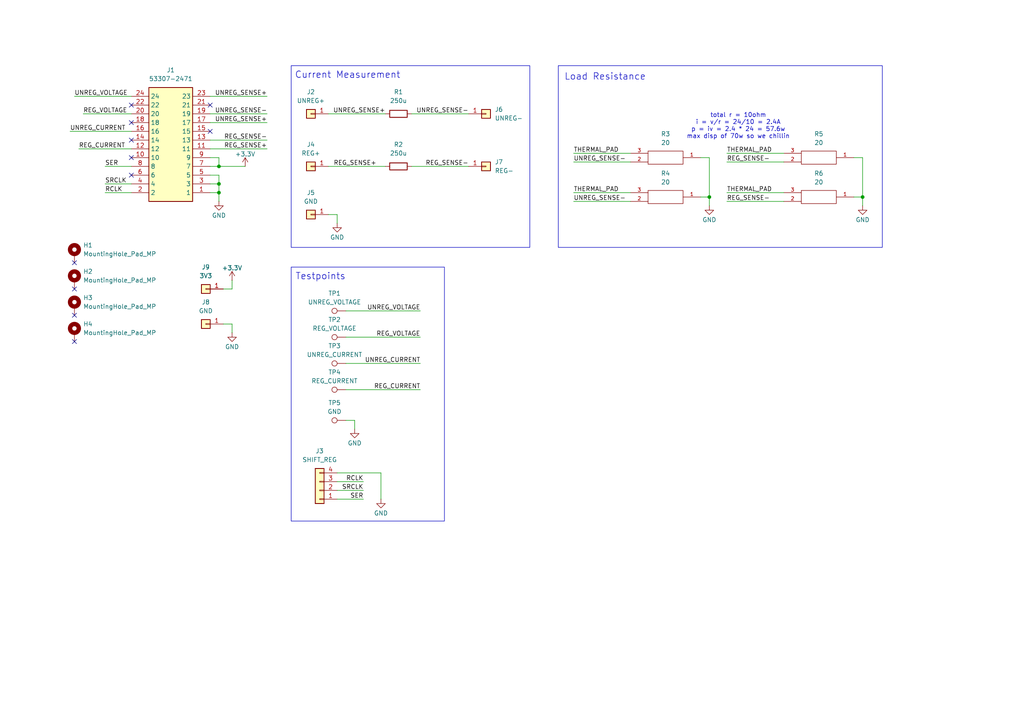
<source format=kicad_sch>
(kicad_sch (version 20250114) (generator "eeschema") (generator_version "9.0")
  (paper "A4")
  (lib_symbols
    (symbol "Connector:TestPoint" (pin_numbers (hide yes)) (pin_names (offset 0.762) (hide yes))
      (property "Reference" "TP" (at 0 6.858 0))
      (property "Value" "TestPoint" (at 0 5.08 0))
      (symbol "TestPoint_0_1"
        (circle (center 0 3.302) (radius 0.762))
      )
      (symbol "TestPoint_1_1"
        (pin passive line (at 0 0 90) (length 2.54) (name "1") (number "1"))
      )
    )
    (symbol "Connector_Generic:Conn_01x01" (pin_names (offset 1.016) (hide yes))
      (property "Reference" "J" (at 0 2.54 0))
      (property "Value" "Conn_01x01" (at 0 -2.54 0))
      (symbol "Conn_01x01_1_1"
        (rectangle (start -1.27 1.27) (end 1.27 -1.27) (stroke (width 0.254)) (fill (type background)))
        (rectangle (start -1.27 0.127) (end 0 -0.127) (stroke (width 0.1524)))
        (pin passive line (at -5.08 0 0) (length 3.81) (name "Pin_1") (number "1"))
      )
    )
    (symbol "Connector_Generic:Conn_01x04" (pin_names (offset 1.016) (hide yes))
      (property "Reference" "J" (at 0 5.08 0))
      (property "Value" "Conn_01x04" (at 0 -7.62 0))
      (symbol "Conn_01x04_1_1"
        (rectangle (start -1.27 3.81) (end 1.27 -6.35) (stroke (width 0.254)) (fill (type background)))
        (rectangle (start -1.27 2.667) (end 0 2.413) (stroke (width 0.1524)))
        (rectangle (start -1.27 0.127) (end 0 -0.127) (stroke (width 0.1524)))
        (rectangle (start -1.27 -2.413) (end 0 -2.667) (stroke (width 0.1524)))
        (rectangle (start -1.27 -4.953) (end 0 -5.207) (stroke (width 0.1524)))
        (pin passive line (at -5.08 2.54 0) (length 3.81) (name "Pin_1") (number "1"))
        (pin passive line (at -5.08 0 0) (length 3.81) (name "Pin_2") (number "2"))
        (pin passive line (at -5.08 -2.54 0) (length 3.81) (name "Pin_3") (number "3"))
        (pin passive line (at -5.08 -5.08 0) (length 3.81) (name "Pin_4") (number "4"))
      )
    )
    (symbol "Device:R" (pin_numbers (hide yes)) (pin_names (offset 0))
      (property "Reference" "R" (at 2.032 0 90))
      (property "Value" "R" (at 0 0 90))
      (symbol "R_0_1"
        (rectangle (start -1.016 -2.54) (end 1.016 2.54) (stroke (width 0.254)))
      )
      (symbol "R_1_1"
        (pin passive line (at 0 3.81 270) (length 1.27) (name "~") (number "1"))
        (pin passive line (at 0 -3.81 90) (length 1.27) (name "~") (number "2"))
      )
    )
    (symbol "Mechanical:MountingHole_Pad_MP" (pin_numbers (hide yes)) (pin_names (offset 1.016) (hide yes)) (in_bom no)
      (property "Reference" "H" (at 0 6.35 0))
      (property "Value" "MountingHole_Pad_MP" (at 0 4.445 0))
      (symbol "MountingHole_Pad_MP_0_1"
        (circle (center 0 1.27) (radius 1.27) (stroke (width 1.27)))
      )
      (symbol "MountingHole_Pad_MP_1_1"
        (pin input line (at 0 -2.54 90) (length 2.54) (name "MP") (number "MP"))
      )
    )
    (symbol "PWR263S-35-3300F_1" (pin_names (offset 1.016))
      (property "Reference" "R1" (at 0 -6.858 0))
      (property "Value" "330" (at 0 -4.318 0))
      (symbol "PWR263S-35-3300F_1_0_0"
        (pin passive line (at -10.16 0 0) (length 5.08) (name "~") (number "1"))
        (pin passive line (at 10.16 1.27 180) (length 5.08) (name "~") (number "2"))
      )
      (symbol "PWR263S-35-3300F_1_0_1"
        (rectangle (start -5.08 1.905) (end 5.08 -1.905))
      )
      (symbol "PWR263S-35-3300F_1_1_0"
        (pin passive line (at 10.16 -1.27 180) (length 5.08) (name "~") (number "3"))
      )
    )
    (symbol "power:+3.3V" (power) (pin_numbers (hide yes)) (pin_names (offset 0) (hide yes))
      (property "Value" "+3.3V" (at 0 3.556 0))
      (symbol "+3.3V_0_1"
        (polyline (pts (xy -0.762 1.27) (xy 0 2.54)))
        (polyline (pts (xy 0 2.54) (xy 0.762 1.27)))
        (polyline (pts (xy 0 0) (xy 0 2.54)))
      )
      (symbol "+3.3V_1_1"
        (pin power_in line (at 0 0 90) (length 0) (name "~") (number "1"))
      )
    )
    (symbol "power:GND" (power) (pin_numbers (hide yes)) (pin_names (offset 0) (hide yes))
      (property "Value" "GND" (at 0 -3.81 0))
      (symbol "GND_0_1"
        (polyline (pts (xy 0 0) (xy 0 -1.27) (xy 1.27 -1.27) (xy 0 -2.54) (xy -1.27 -1.27) (xy 0 -1.27)))
      )
      (symbol "GND_1_1"
        (pin power_in line (at 0 0 270) (length 0) (name "~") (number "1"))
      )
    )
    (symbol "utsvt_connectors:53307-2471"
      (property "Reference" "J" (at 10.16 7.62 0))
      (property "Value" "53307-2471" (at 4.826 5.08 0))
      (symbol "53307-2471_1_1"
        (rectangle (start 5.08 2.54) (end 17.78 -30.48) (stroke (width 0.254)) (fill (type background)))
        (pin passive line (at 0 0 0) (length 5.08) (name "24") (number "24"))
        (pin passive line (at 0 -2.54 0) (length 5.08) (name "22") (number "22"))
        (pin passive line (at 0 -5.08 0) (length 5.08) (name "20") (number "20"))
        (pin passive line (at 0 -7.62 0) (length 5.08) (name "18") (number "18"))
        (pin passive line (at 0 -10.16 0) (length 5.08) (name "16") (number "16"))
        (pin passive line (at 0 -12.7 0) (length 5.08) (name "14") (number "14"))
        (pin passive line (at 0 -15.24 0) (length 5.08) (name "12") (number "12"))
        (pin passive line (at 0 -17.78 0) (length 5.08) (name "10") (number "10"))
        (pin passive line (at 0 -20.32 0) (length 5.08) (name "8") (number "8"))
        (pin passive line (at 0 -22.86 0) (length 5.08) (name "6") (number "6"))
        (pin passive line (at 0 -25.4 0) (length 5.08) (name "4") (number "4"))
        (pin passive line (at 0 -27.94 0) (length 5.08) (name "2") (number "2"))
        (pin passive line (at 22.86 0 180) (length 5.08) (name "23") (number "23"))
        (pin passive line (at 22.86 -2.54 180) (length 5.08) (name "21") (number "21"))
        (pin passive line (at 22.86 -5.08 180) (length 5.08) (name "19") (number "19"))
        (pin passive line (at 22.86 -7.62 180) (length 5.08) (name "17") (number "17"))
        (pin passive line (at 22.86 -10.16 180) (length 5.08) (name "15") (number "15"))
        (pin passive line (at 22.86 -12.7 180) (length 5.08) (name "13") (number "13"))
        (pin passive line (at 22.86 -15.24 180) (length 5.08) (name "11") (number "11"))
        (pin passive line (at 22.86 -17.78 180) (length 5.08) (name "9") (number "9"))
        (pin passive line (at 22.86 -20.32 180) (length 5.08) (name "7") (number "7"))
        (pin passive line (at 22.86 -22.86 180) (length 5.08) (name "5") (number "5"))
        (pin passive line (at 22.86 -25.4 180) (length 5.08) (name "3") (number "3"))
        (pin passive line (at 22.86 -27.94 180) (length 5.08) (name "1") (number "1"))
      )
    )
  )
  (rectangle (start 84.455 77.47) (end 128.905 151.13))
  (rectangle (start 84.455 19.05) (end 153.67 71.755))
  (rectangle (start 161.925 19.05) (end 255.905 71.755))
  (text "total r = 10ohm\ni = v/r = 24/10 = 2.4A\np = iv = 2.4 * 24 = 57.6w\nmax disp of 70w so we chillin" (at 214.122 36.576 0) (effects (font (size 1.27 1.27))))
  (text "Load Resistance" (at 175.514 22.352 0) (effects (font (size 1.905 1.905))))
  (text "Current Measurement" (at 100.838 21.844 0) (effects (font (size 1.905 1.905))))
  (text "Testpoints" (at 92.964 80.264 0) (effects (font (size 1.905 1.905))))
  (junction (at 205.74 57.15))
  (junction (at 63.5 53.34))
  (junction (at 63.5 55.88))
  (junction (at 63.5 48.26))
  (junction (at 250.19 57.15))
  (no_connect (at 21.59 99.06))
  (no_connect (at 21.59 83.82))
  (no_connect (at 60.96 38.1))
  (no_connect (at 21.59 76.2))
  (no_connect (at 38.1 30.48))
  (no_connect (at 38.1 35.56))
  (no_connect (at 38.1 50.8))
  (no_connect (at 21.59 91.44))
  (no_connect (at 38.1 45.72))
  (no_connect (at 38.1 40.64))
  (no_connect (at 60.96 30.48))
  (wire (pts (xy 20.32 38.1) (xy 38.1 38.1)))
  (wire (pts (xy 97.79 139.7) (xy 105.41 139.7)))
  (wire (pts (xy 203.2 45.72) (xy 205.74 45.72)))
  (wire (pts (xy 60.96 55.88) (xy 63.5 55.88)))
  (wire (pts (xy 64.77 83.82) (xy 67.31 83.82)))
  (wire (pts (xy 100.33 121.92) (xy 102.87 121.92)))
  (wire (pts (xy 247.65 57.15) (xy 250.19 57.15)))
  (wire (pts (xy 60.96 27.94) (xy 77.47 27.94)))
  (wire (pts (xy 210.82 46.99) (xy 227.33 46.99)))
  (wire (pts (xy 95.25 33.02) (xy 111.76 33.02)))
  (wire (pts (xy 166.37 58.42) (xy 182.88 58.42)))
  (wire (pts (xy 60.96 48.26) (xy 63.5 48.26)))
  (wire (pts (xy 250.19 45.72) (xy 250.19 57.15)))
  (wire (pts (xy 166.37 46.99) (xy 182.88 46.99)))
  (wire (pts (xy 205.74 45.72) (xy 205.74 57.15)))
  (wire (pts (xy 100.33 105.41) (xy 121.92 105.41)))
  (wire (pts (xy 100.33 113.03) (xy 121.92 113.03)))
  (wire (pts (xy 110.49 137.16) (xy 97.79 137.16)))
  (wire (pts (xy 100.33 90.17) (xy 121.92 90.17)))
  (wire (pts (xy 203.2 57.15) (xy 205.74 57.15)))
  (wire (pts (xy 60.96 50.8) (xy 63.5 50.8)))
  (wire (pts (xy 119.38 48.26) (xy 135.89 48.26)))
  (wire (pts (xy 63.5 50.8) (xy 63.5 53.34)))
  (wire (pts (xy 67.31 93.98) (xy 67.31 96.52)))
  (wire (pts (xy 30.48 48.26) (xy 38.1 48.26)))
  (wire (pts (xy 60.96 40.64) (xy 77.47 40.64)))
  (wire (pts (xy 60.96 35.56) (xy 77.47 35.56)))
  (wire (pts (xy 64.77 93.98) (xy 67.31 93.98)))
  (wire (pts (xy 63.5 48.26) (xy 71.12 48.26)))
  (wire (pts (xy 247.65 45.72) (xy 250.19 45.72)))
  (wire (pts (xy 60.96 43.18) (xy 77.47 43.18)))
  (wire (pts (xy 22.86 43.18) (xy 38.1 43.18)))
  (wire (pts (xy 63.5 53.34) (xy 63.5 55.88)))
  (wire (pts (xy 110.49 144.78) (xy 110.49 137.16)))
  (wire (pts (xy 102.87 121.92) (xy 102.87 124.46)))
  (wire (pts (xy 119.38 33.02) (xy 135.89 33.02)))
  (wire (pts (xy 205.74 57.15) (xy 205.74 59.69)))
  (wire (pts (xy 97.79 144.78) (xy 105.41 144.78)))
  (wire (pts (xy 95.25 62.23) (xy 97.79 62.23)))
  (wire (pts (xy 67.31 83.82) (xy 67.31 81.28)))
  (wire (pts (xy 210.82 58.42) (xy 227.33 58.42)))
  (wire (pts (xy 97.79 62.23) (xy 97.79 64.77)))
  (wire (pts (xy 95.25 48.26) (xy 111.76 48.26)))
  (wire (pts (xy 250.19 57.15) (xy 250.19 59.69)))
  (wire (pts (xy 100.33 97.79) (xy 121.92 97.79)))
  (wire (pts (xy 21.59 27.94) (xy 38.1 27.94)))
  (wire (pts (xy 60.96 53.34) (xy 63.5 53.34)))
  (wire (pts (xy 210.82 55.88) (xy 227.33 55.88)))
  (wire (pts (xy 24.13 33.02) (xy 38.1 33.02)))
  (wire (pts (xy 30.48 53.34) (xy 38.1 53.34)))
  (wire (pts (xy 63.5 55.88) (xy 63.5 58.42)))
  (wire (pts (xy 166.37 55.88) (xy 182.88 55.88)))
  (wire (pts (xy 60.96 33.02) (xy 77.47 33.02)))
  (wire (pts (xy 63.5 45.72) (xy 63.5 48.26)))
  (wire (pts (xy 30.48 55.88) (xy 38.1 55.88)))
  (wire (pts (xy 97.79 142.24) (xy 105.41 142.24)))
  (wire (pts (xy 60.96 45.72) (xy 63.5 45.72)))
  (wire (pts (xy 210.82 44.45) (xy 227.33 44.45)))
  (wire (pts (xy 166.37 44.45) (xy 182.88 44.45)))
  (label "REG_SENSE-" (at 135.89 48.26 180))
  (label "REG_VOLTAGE" (at 24.13 33.02 0))
  (label "UNREG_SENSE+" (at 111.76 33.02 180))
  (label "REG_CURRENT" (at 121.92 113.03 180))
  (label "THERMAL_PAD" (at 166.37 44.45 0))
  (label "SER" (at 105.41 144.78 180))
  (label "REG_SENSE+" (at 109.22 48.26 180))
  (label "REG_SENSE+" (at 77.47 43.18 180))
  (label "UNREG_VOLTAGE" (at 21.59 27.94 0))
  (label "UNREG_CURRENT" (at 20.32 38.1 0))
  (label "RCLK" (at 105.41 139.7 180))
  (label "THERMAL_PAD" (at 210.82 44.45 0))
  (label "REG_SENSE-" (at 210.82 58.42 0))
  (label "SER" (at 30.48 48.26 0))
  (label "REG_SENSE-" (at 77.47 40.64 180))
  (label "UNREG_SENSE-" (at 135.89 33.02 180))
  (label "UNREG_SENSE-" (at 166.37 58.42 0))
  (label "UNREG_VOLTAGE" (at 121.92 90.17 180))
  (label "REG_CURRENT" (at 22.86 43.18 0))
  (label "THERMAL_PAD" (at 166.37 55.88 0))
  (label "UNREG_SENSE+" (at 77.47 27.94 180))
  (label "UNREG_SENSE+" (at 77.47 35.56 180))
  (label "SRCLK" (at 105.41 142.24 180))
  (label "UNREG_CURRENT" (at 121.92 105.41 180))
  (label "THERMAL_PAD" (at 210.82 55.88 0))
  (label "RCLK" (at 30.48 55.88 0))
  (label "UNREG_SENSE-" (at 166.37 46.99 0))
  (label "REG_SENSE-" (at 210.82 46.99 0))
  (label "SRCLK" (at 30.48 53.34 0))
  (label "REG_VOLTAGE" (at 121.92 97.79 180))
  (label "UNREG_SENSE-" (at 77.47 33.02 180))
  (symbol (lib_id "power:GND") (at 205.74 59.69 0) (unit 1)
    (property "Reference" "#PWR06" (effects (hide yes)))
    (property "Value" "GND" (at 205.74 63.754 0))
    (property "Description" "Power symbol creates a global label with name \"GND\" , ground" (effects (hide yes)))
  )
  (symbol (lib_id "power:GND") (at 63.5 58.42 0) (unit 1)
    (property "Reference" "#PWR01" (effects (hide yes)))
    (property "Value" "GND" (at 63.5 62.484 0))
    (property "Description" "Power symbol creates a global label with name \"GND\" , ground" (effects (hide yes)))
  )
  (symbol (lib_name "PWR263S-35-3300F_1") (lib_id "Precharge-R:PWR263S-35-3300F") (at 193.04 57.15 180) (unit 1)
    (property "Reference" "R4" (at 193.04 50.292 0))
    (property "Value" "20" (at 193.04 52.832 0))
    (property "Footprint" "Parts:RES_PWR263S-35-3300F" (effects (hide yes)))
    (property "Datasheet" "kicad-embed://pwr263s-35.pdf" (effects (hide yes)))
    (property "PARTREV" "12/20" (effects (hide yes)))
    (property "MANUFACTURER" "Bourns" (effects (hide yes)))
    (property "MAXIMUM_PACKAGE_HEIGHT" "4.5mm" (effects (hide yes)))
    (property "STANDARD" "Manufacturer Recommendations" (effects (hide yes)))
    (property "P/N" "  PWR263S-35-3300F" (effects (hide yes)))
  )
  (symbol (lib_id "Mechanical:MountingHole_Pad_MP") (at 21.59 96.52 0) (unit 1) (in_bom no)
    (property "Reference" "H4" (at 24.13 93.9799 0) (effects (justify left)))
    (property "Value" "MountingHole_Pad_MP" (at 24.13 96.5199 0) (effects (justify left)))
    (property "Footprint" "MountingHole:MountingHole_3.2mm_M3_Pad" (effects (hide yes)))
    (property "Description" "Mounting Hole with connection as pad named MP" (effects (hide yes)))
  )
  (symbol (lib_id "Connector_Generic:Conn_01x01") (at 59.69 93.98 180) (unit 1)
    (property "Reference" "J8" (at 59.69 87.63 0))
    (property "Value" "GND" (at 59.69 90.17 0))
    (property "Footprint" "Parts:5754" (effects (hide yes)))
    (property "Description" "Generic connector, single row, 01x01, script generated (kicad-library-utils/schlib/autogen/connector/)" (effects (hide yes)))
    (property "P/N" "575-4" (effects (hide yes)))
  )
  (symbol (lib_id "Device:R") (at 115.57 33.02 90) (unit 1)
    (property "Reference" "R1" (at 115.57 26.67 90))
    (property "Value" "250u" (at 115.57 29.21 90))
    (property "Footprint" "Resistor_SMD:R_1225_3264Metric_Pad1.47x6.45mm_HandSolder" (effects (hide yes)))
    (property "Datasheet" "https://datasheet.ersaelectronics.com/static/datasheets/tt-electronics-welwyn/tt-electronics-welwyn-ulr1s-r008jt2.pdf" (effects (hide yes)))
    (property "Description" "Resistor" (effects (hide yes)))
    (property "P/N" "ULR3N-R00025JT2" (effects (hide yes)))
  )
  (symbol (lib_id "Connector:TestPoint") (at 100.33 105.41 90) (unit 1)
    (property "Reference" "TP3" (at 97.028 100.33 90))
    (property "Value" "UNREG_CURRENT" (at 97.028 102.87 90))
    (property "Footprint" "UTSVT_Special:TestPoint_HEX_3mmID" (effects (hide yes)))
    (property "Description" "test point" (effects (hide yes)))
  )
  (symbol (lib_id "Connector_Generic:Conn_01x04") (at 92.71 142.24 180) (unit 1)
    (property "Reference" "J3" (at 92.71 130.81 0))
    (property "Value" "SHIFT_REG" (at 92.71 133.35 0))
    (property "Footprint" "Connector_PinHeader_2.54mm:PinHeader_1x04_P2.54mm_Vertical" (effects (hide yes)))
    (property "Description" "Generic connector, single row, 01x04, script generated (kicad-library-utils/schlib/autogen/connector/)" (effects (hide yes)))
  )
  (symbol (lib_id "Connector_Generic:Conn_01x01") (at 59.69 83.82 180) (unit 1)
    (property "Reference" "J9" (at 59.69 77.47 0))
    (property "Value" "3V3" (at 59.69 80.01 0))
    (property "Footprint" "Parts:5754" (effects (hide yes)))
    (property "Description" "Generic connector, single row, 01x01, script generated (kicad-library-utils/schlib/autogen/connector/)" (effects (hide yes)))
    (property "P/N" "575-4" (effects (hide yes)))
  )
  (symbol (lib_id "Connector:TestPoint") (at 100.33 121.92 90) (unit 1)
    (property "Reference" "TP5" (at 97.028 116.84 90))
    (property "Value" "GND" (at 97.028 119.38 90))
    (property "Footprint" "UTSVT_Special:TestPoint_HEX_3mmID" (effects (hide yes)))
    (property "Description" "test point" (effects (hide yes)))
  )
  (symbol (lib_id "Connector_Generic:Conn_01x01") (at 140.97 33.02 0) (unit 1)
    (property "Reference" "J6" (at 143.51 31.7499 0) (effects (justify left)))
    (property "Value" "UNREG-" (at 143.51 34.2899 0) (effects (justify left)))
    (property "Footprint" "Parts:5754" (effects (hide yes)))
    (property "Description" "Generic connector, single row, 01x01, script generated (kicad-library-utils/schlib/autogen/connector/)" (effects (hide yes)))
    (property "P/N" "575-4" (effects (hide yes)))
  )
  (symbol (lib_id "Connector_Generic:Conn_01x01") (at 90.17 33.02 180) (unit 1)
    (property "Reference" "J2" (at 90.17 26.67 0))
    (property "Value" "UNREG+" (at 90.17 29.21 0))
    (property "Footprint" "Parts:5754" (effects (hide yes)))
    (property "Description" "Generic connector, single row, 01x01, script generated (kicad-library-utils/schlib/autogen/connector/)" (effects (hide yes)))
    (property "P/N" "575-4" (effects (hide yes)))
  )
  (symbol (lib_id "Connector_Generic:Conn_01x01") (at 90.17 62.23 180) (unit 1)
    (property "Reference" "J5" (at 90.17 55.88 0))
    (property "Value" "GND" (at 90.17 58.42 0))
    (property "Footprint" "Parts:5754" (effects (hide yes)))
    (property "Description" "Generic connector, single row, 01x01, script generated (kicad-library-utils/schlib/autogen/connector/)" (effects (hide yes)))
    (property "P/N" "575-4" (effects (hide yes)))
  )
  (symbol (lib_id "power:GND") (at 110.49 144.78 0) (unit 1)
    (property "Reference" "#PWR09" (effects (hide yes)))
    (property "Value" "GND" (at 110.49 148.844 0))
    (property "Description" "Power symbol creates a global label with name \"GND\" , ground" (effects (hide yes)))
  )
  (symbol (lib_id "power:+3.3V") (at 71.12 48.26 0) (unit 1)
    (property "Reference" "#PWR02" (effects (hide yes)))
    (property "Value" "+3.3V" (at 71.12 44.704 0))
    (property "Description" "Power symbol creates a global label with name \"+3.3V\"" (effects (hide yes)))
  )
  (symbol (lib_id "Connector:TestPoint") (at 100.33 90.17 90) (unit 1)
    (property "Reference" "TP1" (at 97.028 85.09 90))
    (property "Value" "UNREG_VOLTAGE" (at 97.028 87.63 90))
    (property "Footprint" "UTSVT_Special:TestPoint_HEX_3mmID" (effects (hide yes)))
    (property "Description" "test point" (effects (hide yes)))
  )
  (symbol (lib_id "Connector:TestPoint") (at 100.33 113.03 90) (unit 1)
    (property "Reference" "TP4" (at 97.028 107.95 90))
    (property "Value" "REG_CURRENT" (at 97.028 110.49 90))
    (property "Footprint" "UTSVT_Special:TestPoint_HEX_3mmID" (effects (hide yes)))
    (property "Description" "test point" (effects (hide yes)))
  )
  (symbol (lib_id "Mechanical:MountingHole_Pad_MP") (at 21.59 88.9 0) (unit 1) (in_bom no)
    (property "Reference" "H3" (at 24.13 86.3599 0) (effects (justify left)))
    (property "Value" "MountingHole_Pad_MP" (at 24.13 88.8999 0) (effects (justify left)))
    (property "Footprint" "MountingHole:MountingHole_3.2mm_M3_Pad" (effects (hide yes)))
    (property "Description" "Mounting Hole with connection as pad named MP" (effects (hide yes)))
  )
  (symbol (lib_id "power:GND") (at 250.19 59.69 0) (unit 1)
    (property "Reference" "#PWR05" (effects (hide yes)))
    (property "Value" "GND" (at 250.19 63.754 0))
    (property "Description" "Power symbol creates a global label with name \"GND\" , ground" (effects (hide yes)))
  )
  (symbol (lib_id "power:GND") (at 67.31 96.52 0) (unit 1)
    (property "Reference" "#PWR07" (effects (hide yes)))
    (property "Value" "GND" (at 67.31 100.584 0))
    (property "Description" "Power symbol creates a global label with name \"GND\" , ground" (effects (hide yes)))
  )
  (symbol (lib_id "Device:R") (at 115.57 48.26 90) (unit 1)
    (property "Reference" "R2" (at 115.57 41.91 90))
    (property "Value" "250u" (at 115.57 44.45 90))
    (property "Footprint" "Resistor_SMD:R_1225_3264Metric_Pad1.47x6.45mm_HandSolder" (effects (hide yes)))
    (property "Datasheet" "https://datasheet.ersaelectronics.com/static/datasheets/tt-electronics-welwyn/tt-electronics-welwyn-ulr1s-r008jt2.pdf" (effects (hide yes)))
    (property "Description" "Resistor" (effects (hide yes)))
    (property "P/N" "ULR3N-R00025JT2" (effects (hide yes)))
  )
  (symbol (lib_id "power:GND") (at 97.79 64.77 0) (unit 1)
    (property "Reference" "#PWR03" (effects (hide yes)))
    (property "Value" "GND" (at 97.79 68.834 0))
    (property "Description" "Power symbol creates a global label with name \"GND\" , ground" (effects (hide yes)))
  )
  (symbol (lib_id "power:GND") (at 102.87 124.46 0) (unit 1)
    (property "Reference" "#PWR04" (effects (hide yes)))
    (property "Value" "GND" (at 102.87 128.524 0))
    (property "Description" "Power symbol creates a global label with name \"GND\" , ground" (effects (hide yes)))
  )
  (symbol (lib_id "Connector_Generic:Conn_01x01") (at 140.97 48.26 0) (unit 1)
    (property "Reference" "J7" (at 143.51 46.9899 0) (effects (justify left)))
    (property "Value" "REG-" (at 143.51 49.5299 0) (effects (justify left)))
    (property "Footprint" "Parts:5754" (effects (hide yes)))
    (property "Description" "Generic connector, single row, 01x01, script generated (kicad-library-utils/schlib/autogen/connector/)" (effects (hide yes)))
    (property "P/N" "575-4" (effects (hide yes)))
  )
  (symbol (lib_id "Mechanical:MountingHole_Pad_MP") (at 21.59 81.28 0) (unit 1) (in_bom no)
    (property "Reference" "H2" (at 24.13 78.7399 0) (effects (justify left)))
    (property "Value" "MountingHole_Pad_MP" (at 24.13 81.2799 0) (effects (justify left)))
    (property "Footprint" "MountingHole:MountingHole_3.2mm_M3_Pad" (effects (hide yes)))
    (property "Description" "Mounting Hole with connection as pad named MP" (effects (hide yes)))
  )
  (symbol (lib_id "utsvt_connectors:53307-2471") (at 38.1 27.94 0) (unit 1)
    (property "Reference" "J1" (at 49.53 20.32 0))
    (property "Value" "53307-2471" (at 49.53 22.86 0))
    (property "Footprint" "UTSVT_Connectors:533072471" (effects (hide yes)))
    (property "Datasheet" "https://www.mouser.com/ProductDetail/Molex/53307-2471?qs=3DzawVMofg%252Bx9c%2FNm7UacA%3D%3D&srsltid=AfmBOoo3FTqnn7XO26oYn_ClMzJiJKKwJ7tetIIyKygtiKxENiX6ckUY" (effects (hide yes)))
    (property "Description" "Board to Board & Mezzanine Connectors 0.8 BtB WaferAssy ST SMT 24Ckt EmbsTpPkg" (effects (hide yes)))
    (property "P/N" "53307-2471" (effects (hide yes)))
    (property "Height" "3.85" (effects (hide yes)))
    (property "Mouser Part Number" "538-53307-2471" (effects (hide yes)))
    (property "Mouser Price/Stock" "https://www.mouser.co.uk/ProductDetail/Molex/53307-2471?qs=3DzawVMofg%252Bx9c%2FNm7UacA%3D%3D" (effects (hide yes)))
  )
  (symbol (lib_name "PWR263S-35-3300F_1") (lib_id "Precharge-R:PWR263S-35-3300F") (at 237.49 57.15 180) (unit 1)
    (property "Reference" "R6" (at 237.49 50.292 0))
    (property "Value" "20" (at 237.49 52.832 0))
    (property "Footprint" "Parts:RES_PWR263S-35-3300F" (effects (hide yes)))
    (property "Datasheet" "kicad-embed://pwr263s-35.pdf" (effects (hide yes)))
    (property "PARTREV" "12/20" (effects (hide yes)))
    (property "MANUFACTURER" "Bourns" (effects (hide yes)))
    (property "MAXIMUM_PACKAGE_HEIGHT" "4.5mm" (effects (hide yes)))
    (property "STANDARD" "Manufacturer Recommendations" (effects (hide yes)))
    (property "P/N" "  PWR263S-35-3300F" (effects (hide yes)))
  )
  (symbol (lib_name "PWR263S-35-3300F_1") (lib_id "Precharge-R:PWR263S-35-3300F") (at 193.04 45.72 180) (unit 1)
    (property "Reference" "R3" (at 193.04 38.862 0))
    (property "Value" "20" (at 193.04 41.402 0))
    (property "Footprint" "Parts:RES_PWR263S-35-3300F" (effects (hide yes)))
    (property "Datasheet" "kicad-embed://pwr263s-35.pdf" (effects (hide yes)))
    (property "PARTREV" "12/20" (effects (hide yes)))
    (property "MANUFACTURER" "Bourns" (effects (hide yes)))
    (property "MAXIMUM_PACKAGE_HEIGHT" "4.5mm" (effects (hide yes)))
    (property "STANDARD" "Manufacturer Recommendations" (effects (hide yes)))
    (property "P/N" "  PWR263S-35-3300F" (effects (hide yes)))
  )
  (symbol (lib_id "Connector_Generic:Conn_01x01") (at 90.17 48.26 180) (unit 1)
    (property "Reference" "J4" (at 90.17 41.91 0))
    (property "Value" "REG+" (at 90.17 44.45 0))
    (property "Footprint" "Parts:5754" (effects (hide yes)))
    (property "Description" "Generic connector, single row, 01x01, script generated (kicad-library-utils/schlib/autogen/connector/)" (effects (hide yes)))
    (property "P/N" "575-4" (effects (hide yes)))
  )
  (symbol (lib_id "Mechanical:MountingHole_Pad_MP") (at 21.59 73.66 0) (unit 1) (in_bom no)
    (property "Reference" "H1" (at 24.13 71.1199 0) (effects (justify left)))
    (property "Value" "MountingHole_Pad_MP" (at 24.13 73.6599 0) (effects (justify left)))
    (property "Footprint" "MountingHole:MountingHole_3.2mm_M3_Pad" (effects (hide yes)))
    (property "Description" "Mounting Hole with connection as pad named MP" (effects (hide yes)))
  )
  (symbol (lib_id "Connector:TestPoint") (at 100.33 97.79 90) (unit 1)
    (property "Reference" "TP2" (at 97.028 92.71 90))
    (property "Value" "REG_VOLTAGE" (at 97.028 95.25 90))
    (property "Footprint" "UTSVT_Special:TestPoint_HEX_3mmID" (effects (hide yes)))
    (property "Description" "test point" (effects (hide yes)))
  )
  (symbol (lib_name "PWR263S-35-3300F_1") (lib_id "Precharge-R:PWR263S-35-3300F") (at 237.49 45.72 180) (unit 1)
    (property "Reference" "R5" (at 237.49 38.862 0))
    (property "Value" "20" (at 237.49 41.402 0))
    (property "Footprint" "Parts:RES_PWR263S-35-3300F" (effects (hide yes)))
    (property "Datasheet" "kicad-embed://pwr263s-35.pdf" (effects (hide yes)))
    (property "PARTREV" "12/20" (effects (hide yes)))
    (property "MANUFACTURER" "Bourns" (effects (hide yes)))
    (property "MAXIMUM_PACKAGE_HEIGHT" "4.5mm" (effects (hide yes)))
    (property "STANDARD" "Manufacturer Recommendations" (effects (hide yes)))
    (property "P/N" "  PWR263S-35-3300F" (effects (hide yes)))
  )
  (symbol (lib_id "power:+3.3V") (at 67.31 81.28 0) (unit 1)
    (property "Reference" "#PWR08" (effects (hide yes)))
    (property "Value" "+3.3V" (at 67.31 77.724 0))
    (property "Description" "Power symbol creates a global label with name \"+3.3V\"" (effects (hide yes)))
  )
)
</source>
